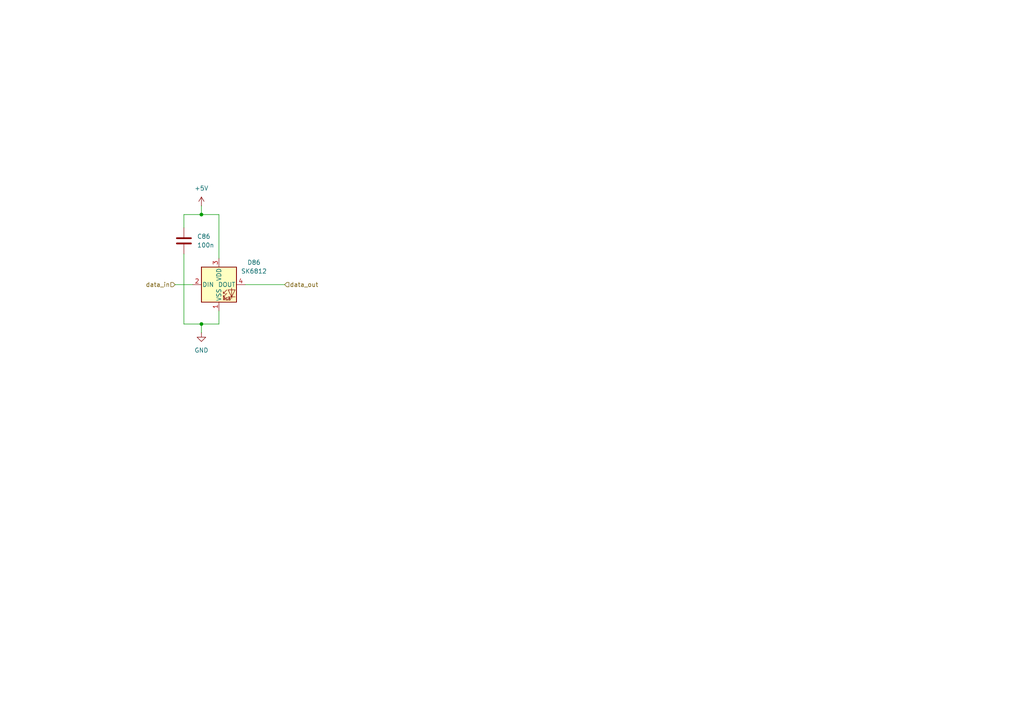
<source format=kicad_sch>
(kicad_sch (version 20250114) (generator "eeschema") (generator_version "9.0")
  (paper "A4")
  (lib_symbols
    (symbol "Device:C" (pin_numbers (hide yes)) (pin_names (offset 0.254))
      (property "Reference" "C" (at 0.635 2.54 0))
      (property "Value" "C" (at 0.635 -2.54 0))
      (symbol "C_0_1"
        (polyline (pts (xy -2.032 0.762) (xy 2.032 0.762)) (stroke (width 0.508)))
        (polyline (pts (xy -2.032 -0.762) (xy 2.032 -0.762)) (stroke (width 0.508)))
      )
      (symbol "C_1_1"
        (pin passive line (at 0 3.81 270) (length 2.794) (name "~") (number "1"))
        (pin passive line (at 0 -3.81 90) (length 2.794) (name "~") (number "2"))
      )
    )
    (symbol "LED:SK6812" (pin_names (offset 0.254))
      (property "Reference" "D" (at 5.08 5.715 0))
      (property "Value" "SK6812" (at 1.27 -5.715 0))
      (symbol "SK6812_0_0"
        (text "RGB" (at 2.286 -4.191 0) (effects (font (size 0.762 0.762))))
      )
      (symbol "SK6812_0_1"
        (polyline (pts (xy 1.27 -2.54) (xy 1.778 -2.54)))
        (polyline (pts (xy 1.27 -3.556) (xy 1.778 -3.556)))
        (polyline (pts (xy 2.286 -1.524) (xy 1.27 -2.54) (xy 1.27 -2.032)))
        (polyline (pts (xy 2.286 -2.54) (xy 1.27 -3.556) (xy 1.27 -3.048)))
        (polyline (pts (xy 3.683 -1.016) (xy 3.683 -3.556) (xy 3.683 -4.064)))
        (polyline (pts (xy 4.699 -1.524) (xy 2.667 -1.524) (xy 3.683 -3.556) (xy 4.699 -1.524)))
        (polyline (pts (xy 4.699 -3.556) (xy 2.667 -3.556)))
        (rectangle (start 5.08 5.08) (end -5.08 -5.08) (stroke (width 0.254)) (fill (type background)))
      )
      (symbol "SK6812_1_1"
        (pin input line (at -7.62 0 0) (length 2.54) (name "DIN") (number "2"))
        (pin power_in line (at 0 7.62 270) (length 2.54) (name "VDD") (number "3"))
        (pin power_in line (at 0 -7.62 90) (length 2.54) (name "VSS") (number "1"))
        (pin output line (at 7.62 0 180) (length 2.54) (name "DOUT") (number "4"))
      )
    )
    (symbol "power:+5V" (power) (pin_numbers (hide yes)) (pin_names (offset 0) (hide yes))
      (property "Value" "+5V" (at 0 3.556 0))
      (symbol "+5V_0_1"
        (polyline (pts (xy -0.762 1.27) (xy 0 2.54)))
        (polyline (pts (xy 0 2.54) (xy 0.762 1.27)))
        (polyline (pts (xy 0 0) (xy 0 2.54)))
      )
      (symbol "+5V_1_1"
        (pin power_in line (at 0 0 90) (length 0) (name "~") (number "1"))
      )
    )
    (symbol "power:GND" (power) (pin_numbers (hide yes)) (pin_names (offset 0) (hide yes))
      (property "Value" "GND" (at 0 -3.81 0))
      (symbol "GND_0_1"
        (polyline (pts (xy 0 0) (xy 0 -1.27) (xy 1.27 -1.27) (xy 0 -2.54) (xy -1.27 -1.27) (xy 0 -1.27)))
      )
      (symbol "GND_1_1"
        (pin power_in line (at 0 0 270) (length 0) (name "~") (number "1"))
      )
    )
  )
  (junction (at 58.42 62.23))
  (junction (at 58.42 93.98))
  (wire (pts (xy 58.42 62.23) (xy 63.5 62.23)))
  (wire (pts (xy 53.34 62.23) (xy 58.42 62.23)))
  (wire (pts (xy 71.12 82.55) (xy 82.55 82.55)))
  (wire (pts (xy 63.5 62.23) (xy 63.5 74.93)))
  (wire (pts (xy 53.34 66.04) (xy 53.34 62.23)))
  (wire (pts (xy 63.5 93.98) (xy 63.5 90.17)))
  (wire (pts (xy 58.42 93.98) (xy 58.42 96.52)))
  (wire (pts (xy 53.34 93.98) (xy 58.42 93.98)))
  (wire (pts (xy 58.42 59.69) (xy 58.42 62.23)))
  (wire (pts (xy 58.42 93.98) (xy 63.5 93.98)))
  (wire (pts (xy 50.8 82.55) (xy 55.88 82.55)))
  (wire (pts (xy 53.34 73.66) (xy 53.34 93.98)))
  (hierarchical_label "data_out" (shape input) (at 82.55 82.55 0))
  (hierarchical_label "data_in" (shape input) (at 50.8 82.55 180))
  (symbol (lib_id "LED:SK6812") (at 63.5 82.55 0) (unit 1)
    (property "Reference" "D1" (at 73.66 76.1298 0))
    (property "Value" "SK6812" (at 73.66 78.6698 0))
    (property "Footprint" "LED_SMD:LED_SK6812_PLCC4_5.0x5.0mm_P3.2mm" (effects (hide yes)))
    (property "Datasheet" "https://cdn-shop.adafruit.com/product-files/1138/SK6812+LED+datasheet+.pdf" (effects (hide yes)))
    (property "Description" "RGB LED with integrated controller" (effects (hide yes)))
    (instances (project "pcb-ledmatrix-ende-ma" (path "" (reference "D86") (unit 1)) (path "" (reference "D105") (unit 1)) (path "" (reference "D111") (unit 1)) (path "" (reference "D57") (unit 1)) (path "" (reference "D65") (unit 1)) (path "" (reference "D115") (unit 1)) (path "" (reference "D17") (unit 1)) (path "" (reference "D116") (unit 1)) (path "" (reference "D125") (unit 1)) (path "" (reference "D7") (unit 1)) (path "" (reference "D26") (unit 1)) (path "" (reference "D30") (unit 1)) (path "" (reference "D55") (unit 1)) (path "" (reference "D107") (unit 1)) (path "" (reference "D123") (unit 1)) (path "" (reference "D128") (unit 1)) (path "" (reference "D11") (unit 1)) (path "" (reference "D80") (unit 1)) (path "" (reference "D75") (unit 1)) (path "" (reference "D100") (unit 1)) (path "" (reference "D110") (unit 1)) (path "" (reference "D64") (unit 1)) (path "" (reference "D28") (unit 1)) (path "" (reference "D68") (unit 1)) (path "" (reference "D106") (unit 1)) (path "" (reference "D77") (unit 1)) (path "" (reference "D121") (unit 1)) (path "" (reference "D120") (unit 1)) (path "" (reference "D9") (unit 1)) (path "" (reference "D113") (unit 1)) (path "" (reference "D98") (unit 1)) (path "" (reference "D66") (unit 1)) (path "" (reference "D25") (unit 1)) (path "" (reference "D46") (unit 1)) (path "" (reference "D54") (unit 1)) (path "" (reference "D53") (unit 1)) (path "" (reference "D35") (unit 1)) (path "" (reference "D32") (unit 1)) (path "" (reference "D74") (unit 1)) (path "" (reference "D112") (unit 1)) (path "" (reference "D21") (unit 1)) (path "" (reference "D69") (unit 1)) (path "" (reference "D87") (unit 1)) (path "" (reference "D41") (unit 1)) (path "" (reference "D84") (unit 1)) (path "" (reference "D4") (unit 1)) (path "" (reference "D18") (unit 1)) (path "" (reference "D79") (unit 1)) (path "" (reference "D126") (unit 1)) (path "" (reference "D50") (unit 1)) (path "" (reference "D78") (unit 1)) (path "" (reference "D82") (unit 1)) (path "" (reference "D6") (unit 1)) (path "" (reference "D39") (unit 1)) (path "" (reference "D45") (unit 1)) (path "" (reference "D47") (unit 1)) (path "" (reference "D19") (unit 1)) (path "" (reference "D14") (unit 1)) (path "" (reference "D10") (unit 1)) (path "" (reference "D56") (unit 1)) (path "" (reference "D103") (unit 1)) (path "" (reference "D43") (unit 1)) (path "" (reference "D67") (unit 1)) (path "" (reference "D37") (unit 1)) (path "" (reference "D62") (unit 1)) (path "" (reference "D34") (unit 1)) (path "" (reference "D61") (unit 1)) (path "" (reference "D23") (unit 1)) (path "" (reference "D27") (unit 1)) (path "" (reference "D52") (unit 1)) (path "" (reference "D49") (unit 1)) (path "" (reference "D97") (unit 1)) (path "" (reference "D24") (unit 1)) (path "" (reference "D124") (unit 1)) (path "" (reference "D117") (unit 1)) (path "" (reference "D40") (unit 1)) (path "" (reference "D118") (unit 1)) (path "" (reference "D76") (unit 1)) (path "" (reference "D33") (unit 1)) (path "" (reference "D42") (unit 1)) (path "" (reference "D48") (unit 1)) (path "" (reference "D114") (unit 1)) (path "" (reference "D92") (unit 1)) (path "" (reference "D60") (unit 1)) (path "" (reference "D15") (unit 1)) (path "" (reference "D22") (unit 1)) (path "" (reference "D83") (unit 1)) (path "" (reference "D119") (unit 1)) (path "" (reference "D51") (unit 1)) (path "" (reference "D58") (unit 1)) (path "" (reference "D59") (unit 1)) (path "" (reference "D108") (unit 1)) (path "" (reference "D96") (unit 1)) (path "" (reference "D38") (unit 1)) (path "" (reference "D88") (unit 1)) (path "" (reference "D8") (unit 1)) (path "" (reference "D31") (unit 1)) (path "" (reference "D81") (unit 1)) (path "" (reference "D29") (unit 1)) (path "" (reference "D91") (unit 1)) (path "" (reference "D73") (unit 1)) (path "" (reference "D20") (unit 1)) (path "" (reference "D104") (unit 1)) (path "" (reference "D71") (unit 1)) (path "" (reference "D36") (unit 1)) (path "" (reference "D13") (unit 1)) (path "" (reference "D109") (unit 1)) (path "" (reference "D99") (unit 1)) (path "" (reference "D94") (unit 1)) (path "" (reference "D102") (unit 1)) (path "" (reference "D93") (unit 1)) (path "" (reference "D63") (unit 1)) (path "" (reference "D122") (unit 1)) (path "" (reference "D90") (unit 1)) (path "" (reference "D89") (unit 1)) (path "" (reference "D95") (unit 1)) (path "" (reference "D5") (unit 1)) (path "" (reference "D2") (unit 1)) (path "" (reference "D72") (unit 1)) (path "" (reference "D85") (unit 1)) (path "" (reference "D70") (unit 1)) (path "" (reference "D16") (unit 1)) (path "" (reference "D44") (unit 1)) (path "" (reference "D12") (unit 1)) (path "" (reference "D101") (unit 1)) (path "" (reference "D127") (unit 1)) (path "" (reference "D3") (unit 1)) (path "" (reference "D1") (unit 1))))
  )
  (symbol (lib_id "Device:C") (at 53.34 69.85 0) (unit 1)
    (property "Reference" "C1" (at 57.15 68.5799 0) (effects (justify left)))
    (property "Value" "100n" (at 57.15 71.1199 0) (effects (justify left)))
    (property "Footprint" "Capacitor_SMD:C_0603_1608Metric" (effects (hide yes)))
    (property "Description" "Unpolarized capacitor" (effects (hide yes)))
    (instances (project "pcb-ledmatrix-ende-ma" (path "" (reference "C86") (unit 1)) (path "" (reference "C105") (unit 1)) (path "" (reference "C111") (unit 1)) (path "" (reference "C57") (unit 1)) (path "" (reference "C65") (unit 1)) (path "" (reference "C115") (unit 1)) (path "" (reference "C17") (unit 1)) (path "" (reference "C116") (unit 1)) (path "" (reference "C125") (unit 1)) (path "" (reference "C7") (unit 1)) (path "" (reference "C26") (unit 1)) (path "" (reference "C30") (unit 1)) (path "" (reference "C55") (unit 1)) (path "" (reference "C107") (unit 1)) (path "" (reference "C123") (unit 1)) (path "" (reference "C128") (unit 1)) (path "" (reference "C11") (unit 1)) (path "" (reference "C80") (unit 1)) (path "" (reference "C75") (unit 1)) (path "" (reference "C100") (unit 1)) (path "" (reference "C110") (unit 1)) (path "" (reference "C64") (unit 1)) (path "" (reference "C28") (unit 1)) (path "" (reference "C68") (unit 1)) (path "" (reference "C106") (unit 1)) (path "" (reference "C77") (unit 1)) (path "" (reference "C121") (unit 1)) (path "" (reference "C120") (unit 1)) (path "" (reference "C9") (unit 1)) (path "" (reference "C113") (unit 1)) (path "" (reference "C98") (unit 1)) (path "" (reference "C66") (unit 1)) (path "" (reference "C25") (unit 1)) (path "" (reference "C46") (unit 1)) (path "" (reference "C54") (unit 1)) (path "" (reference "C53") (unit 1)) (path "" (reference "C35") (unit 1)) (path "" (reference "C32") (unit 1)) (path "" (reference "C74") (unit 1)) (path "" (reference "C112") (unit 1)) (path "" (reference "C21") (unit 1)) (path "" (reference "C69") (unit 1)) (path "" (reference "C87") (unit 1)) (path "" (reference "C41") (unit 1)) (path "" (reference "C84") (unit 1)) (path "" (reference "C4") (unit 1)) (path "" (reference "C18") (unit 1)) (path "" (reference "C79") (unit 1)) (path "" (reference "C126") (unit 1)) (path "" (reference "C50") (unit 1)) (path "" (reference "C78") (unit 1)) (path "" (reference "C82") (unit 1)) (path "" (reference "C6") (unit 1)) (path "" (reference "C39") (unit 1)) (path "" (reference "C45") (unit 1)) (path "" (reference "C47") (unit 1)) (path "" (reference "C19") (unit 1)) (path "" (reference "C14") (unit 1)) (path "" (reference "C10") (unit 1)) (path "" (reference "C56") (unit 1)) (path "" (reference "C103") (unit 1)) (path "" (reference "C43") (unit 1)) (path "" (reference "C67") (unit 1)) (path "" (reference "C37") (unit 1)) (path "" (reference "C62") (unit 1)) (path "" (reference "C34") (unit 1)) (path "" (reference "C61") (unit 1)) (path "" (reference "C23") (unit 1)) (path "" (reference "C27") (unit 1)) (path "" (reference "C52") (unit 1)) (path "" (reference "C49") (unit 1)) (path "" (reference "C97") (unit 1)) (path "" (reference "C24") (unit 1)) (path "" (reference "C124") (unit 1)) (path "" (reference "C117") (unit 1)) (path "" (reference "C40") (unit 1)) (path "" (reference "C118") (unit 1)) (path "" (reference "C76") (unit 1)) (path "" (reference "C33") (unit 1)) (path "" (reference "C42") (unit 1)) (path "" (reference "C48") (unit 1)) (path "" (reference "C114") (unit 1)) (path "" (reference "C92") (unit 1)) (path "" (reference "C60") (unit 1)) (path "" (reference "C15") (unit 1)) (path "" (reference "C22") (unit 1)) (path "" (reference "C83") (unit 1)) (path "" (reference "C119") (unit 1)) (path "" (reference "C51") (unit 1)) (path "" (reference "C58") (unit 1)) (path "" (reference "C59") (unit 1)) (path "" (reference "C108") (unit 1)) (path "" (reference "C96") (unit 1)) (path "" (reference "C38") (unit 1)) (path "" (reference "C88") (unit 1)) (path "" (reference "C8") (unit 1)) (path "" (reference "C31") (unit 1)) (path "" (reference "C81") (unit 1)) (path "" (reference "C29") (unit 1)) (path "" (reference "C91") (unit 1)) (path "" (reference "C73") (unit 1)) (path "" (reference "C20") (unit 1)) (path "" (reference "C104") (unit 1)) (path "" (reference "C71") (unit 1)) (path "" (reference "C36") (unit 1)) (path "" (reference "C13") (unit 1)) (path "" (reference "C109") (unit 1)) (path "" (reference "C99") (unit 1)) (path "" (reference "C94") (unit 1)) (path "" (reference "C102") (unit 1)) (path "" (reference "C93") (unit 1)) (path "" (reference "C63") (unit 1)) (path "" (reference "C122") (unit 1)) (path "" (reference "C90") (unit 1)) (path "" (reference "C89") (unit 1)) (path "" (reference "C95") (unit 1)) (path "" (reference "C5") (unit 1)) (path "" (reference "C2") (unit 1)) (path "" (reference "C72") (unit 1)) (path "" (reference "C85") (unit 1)) (path "" (reference "C70") (unit 1)) (path "" (reference "C16") (unit 1)) (path "" (reference "C44") (unit 1)) (path "" (reference "C12") (unit 1)) (path "" (reference "C101") (unit 1)) (path "" (reference "C127") (unit 1)) (path "" (reference "C3") (unit 1)) (path "" (reference "C1") (unit 1))))
  )
  (symbol (lib_id "power:GND") (at 58.42 96.52 0) (unit 1)
    (property "Reference" "#PWR02" (effects (hide yes)))
    (property "Value" "GND" (at 58.42 101.6 0))
    (property "Description" "Power symbol creates a global label with name \"GND\" , ground" (effects (hide yes)))
    (instances (project "" (path "" (reference "#PWR0172") (unit 1)) (path "" (reference "#PWR0210") (unit 1)) (path "" (reference "#PWR0222") (unit 1)) (path "" (reference "#PWR0114") (unit 1)) (path "" (reference "#PWR0130") (unit 1)) (path "" (reference "#PWR0229") (unit 1)) (path "" (reference "#PWR036") (unit 1)) (path "" (reference "#PWR0231") (unit 1)) (path "" (reference "#PWR0249") (unit 1)) (path "" (reference "#PWR014") (unit 1)) (path "" (reference "#PWR054") (unit 1)) (path "" (reference "#PWR062") (unit 1)) (path "" (reference "#PWR0110") (unit 1)) (path "" (reference "#PWR0214") (unit 1)) (path "" (reference "#PWR0245") (unit 1)) (path "" (reference "#PWR0255") (unit 1)) (path "" (reference "#PWR022") (unit 1)) (path "" (reference "#PWR0160") (unit 1)) (path "" (reference "#PWR0150") (unit 1)) (path "" (reference "#PWR0200") (unit 1)) (path "" (reference "#PWR0220") (unit 1)) (path "" (reference "#PWR0128") (unit 1)) (path "" (reference "#PWR058") (unit 1)) (path "" (reference "#PWR0136") (unit 1)) (path "" (reference "#PWR0212") (unit 1)) (path "" (reference "#PWR0154") (unit 1)) (path "" (reference "#PWR0241") (unit 1)) (path "" (reference "#PWR0239") (unit 1)) (path "" (reference "#PWR018") (unit 1)) (path "" (reference "#PWR0225") (unit 1)) (path "" (reference "#PWR0196") (unit 1)) (path "" (reference "#PWR0132") (unit 1)) (path "" (reference "#PWR052") (unit 1)) (path "" (reference "#PWR092") (unit 1)) (path "" (reference "#PWR0108") (unit 1)) (path "" (reference "#PWR0106") (unit 1)) (path "" (reference "#PWR070") (unit 1)) (path "" (reference "#PWR066") (unit 1)) (path "" (reference "#PWR0148") (unit 1)) (path "" (reference "#PWR0224") (unit 1)) (path "" (reference "#PWR044") (unit 1)) (path "" (reference "#PWR0138") (unit 1)) (path "" (reference "#PWR0174") (unit 1)) (path "" (reference "#PWR082") (unit 1)) (path "" (reference "#PWR0168") (unit 1)) (path "" (reference "#PWR08") (unit 1)) (path "" (reference "#PWR038") (unit 1)) (path "" (reference "#PWR0158") (unit 1)) (path "" (reference "#PWR0251") (unit 1)) (path "" (reference "#PWR0100") (unit 1)) (path "" (reference "#PWR0156") (unit 1)) (path "" (reference "#PWR0164") (unit 1)) (path "" (reference "#PWR012") (unit 1)) (path "" (reference "#PWR078") (unit 1)) (path "" (reference "#PWR090") (unit 1)) (path "" (reference "#PWR094") (unit 1)) (path "" (reference "#PWR040") (unit 1)) (path "" (reference "#PWR028") (unit 1)) (path "" (reference "#PWR020") (unit 1)) (path "" (reference "#PWR0112") (unit 1)) (path "" (reference "#PWR0206") (unit 1)) (path "" (reference "#PWR086") (unit 1)) (path "" (reference "#PWR0134") (unit 1)) (path "" (reference "#PWR074") (unit 1)) (path "" (reference "#PWR0124") (unit 1)) (path "" (reference "#PWR068") (unit 1)) (path "" (reference "#PWR0122") (unit 1)) (path "" (reference "#PWR048") (unit 1)) (path "" (reference "#PWR056") (unit 1)) (path "" (reference "#PWR0104") (unit 1)) (path "" (reference "#PWR098") (unit 1)) (path "" (reference "#PWR0194") (unit 1)) (path "" (reference "#PWR050") (unit 1)) (path "" (reference "#PWR0247") (unit 1)) (path "" (reference "#PWR0233") (unit 1)) (path "" (reference "#PWR080") (unit 1)) (path "" (reference "#PWR0235") (unit 1)) (path "" (reference "#PWR0152") (unit 1)) (path "" (reference "#PWR034") (unit 1)) (path "" (reference "#PWR084") (unit 1)) (path "" (reference "#PWR096") (unit 1)) (path "" (reference "#PWR0227") (unit 1)) (path "" (reference "#PWR0184") (unit 1)) (path "" (reference "#PWR0120") (unit 1)) (path "" (reference "#PWR030") (unit 1)) (path "" (reference "#PWR046") (unit 1)) (path "" (reference "#PWR0166") (unit 1)) (path "" (reference "#PWR0237") (unit 1)) (path "" (reference "#PWR0102") (unit 1)) (path "" (reference "#PWR0116") (unit 1)) (path "" (reference "#PWR0118") (unit 1)) (path "" (reference "#PWR0216") (unit 1)) (path "" (reference "#PWR0192") (unit 1)) (path "" (reference "#PWR076") (unit 1)) (path "" (reference "#PWR0176") (unit 1)) (path "" (reference "#PWR016") (unit 1)) (path "" (reference "#PWR064") (unit 1)) (path "" (reference "#PWR0162") (unit 1)) (path "" (reference "#PWR060") (unit 1)) (path "" (reference "#PWR0182") (unit 1)) (path "" (reference "#PWR0146") (unit 1)) (path "" (reference "#PWR042") (unit 1)) (path "" (reference "#PWR0208") (unit 1)) (path "" (reference "#PWR0142") (unit 1)) (path "" (reference "#PWR072") (unit 1)) (path "" (reference "#PWR026") (unit 1)) (path "" (reference "#PWR0218") (unit 1)) (path "" (reference "#PWR0198") (unit 1)) (path "" (reference "#PWR0188") (unit 1)) (path "" (reference "#PWR0204") (unit 1)) (path "" (reference "#PWR0186") (unit 1)) (path "" (reference "#PWR0126") (unit 1)) (path "" (reference "#PWR0243") (unit 1)) (path "" (reference "#PWR0180") (unit 1)) (path "" (reference "#PWR0178") (unit 1)) (path "" (reference "#PWR0190") (unit 1)) (path "" (reference "#PWR010") (unit 1)) (path "" (reference "#PWR04") (unit 1)) (path "" (reference "#PWR0144") (unit 1)) (path "" (reference "#PWR0170") (unit 1)) (path "" (reference "#PWR0140") (unit 1)) (path "" (reference "#PWR032") (unit 1)) (path "" (reference "#PWR088") (unit 1)) (path "" (reference "#PWR024") (unit 1)) (path "" (reference "#PWR0202") (unit 1)) (path "" (reference "#PWR0253") (unit 1)) (path "" (reference "#PWR06") (unit 1)) (path "" (reference "#PWR02") (unit 1))))
  )
  (symbol (lib_id "power:+5V") (at 58.42 59.69 0) (unit 1)
    (property "Reference" "#PWR01" (effects (hide yes)))
    (property "Value" "+5V" (at 58.42 54.61 0))
    (property "Description" "Power symbol creates a global label with name \"+5V\"" (effects (hide yes)))
    (instances (project "" (path "" (reference "#PWR0171") (unit 1)) (path "" (reference "#PWR0209") (unit 1)) (path "" (reference "#PWR0221") (unit 1)) (path "" (reference "#PWR0113") (unit 1)) (path "" (reference "#PWR0129") (unit 1)) (path "" (reference "#PWR0230") (unit 1)) (path "" (reference "#PWR035") (unit 1)) (path "" (reference "#PWR0232") (unit 1)) (path "" (reference "#PWR0250") (unit 1)) (path "" (reference "#PWR013") (unit 1)) (path "" (reference "#PWR053") (unit 1)) (path "" (reference "#PWR061") (unit 1)) (path "" (reference "#PWR0109") (unit 1)) (path "" (reference "#PWR0213") (unit 1)) (path "" (reference "#PWR0246") (unit 1)) (path "" (reference "#PWR0256") (unit 1)) (path "" (reference "#PWR021") (unit 1)) (path "" (reference "#PWR0159") (unit 1)) (path "" (reference "#PWR0149") (unit 1)) (path "" (reference "#PWR0199") (unit 1)) (path "" (reference "#PWR0219") (unit 1)) (path "" (reference "#PWR0127") (unit 1)) (path "" (reference "#PWR057") (unit 1)) (path "" (reference "#PWR0135") (unit 1)) (path "" (reference "#PWR0211") (unit 1)) (path "" (reference "#PWR0153") (unit 1)) (path "" (reference "#PWR0242") (unit 1)) (path "" (reference "#PWR0240") (unit 1)) (path "" (reference "#PWR017") (unit 1)) (path "" (reference "#PWR0226") (unit 1)) (path "" (reference "#PWR0195") (unit 1)) (path "" (reference "#PWR0131") (unit 1)) (path "" (reference "#PWR051") (unit 1)) (path "" (reference "#PWR091") (unit 1)) (path "" (reference "#PWR0107") (unit 1)) (path "" (reference "#PWR0105") (unit 1)) (path "" (reference "#PWR069") (unit 1)) (path "" (reference "#PWR065") (unit 1)) (path "" (reference "#PWR0147") (unit 1)) (path "" (reference "#PWR0223") (unit 1)) (path "" (reference "#PWR043") (unit 1)) (path "" (reference "#PWR0137") (unit 1)) (path "" (reference "#PWR0173") (unit 1)) (path "" (reference "#PWR081") (unit 1)) (path "" (reference "#PWR0167") (unit 1)) (path "" (reference "#PWR07") (unit 1)) (path "" (reference "#PWR037") (unit 1)) (path "" (reference "#PWR0157") (unit 1)) (path "" (reference "#PWR0252") (unit 1)) (path "" (reference "#PWR099") (unit 1)) (path "" (reference "#PWR0155") (unit 1)) (path "" (reference "#PWR0163") (unit 1)) (path "" (reference "#PWR011") (unit 1)) (path "" (reference "#PWR077") (unit 1)) (path "" (reference "#PWR089") (unit 1)) (path "" (reference "#PWR093") (unit 1)) (path "" (reference "#PWR039") (unit 1)) (path "" (reference "#PWR027") (unit 1)) (path "" (reference "#PWR019") (unit 1)) (path "" (reference "#PWR0111") (unit 1)) (path "" (reference "#PWR0205") (unit 1)) (path "" (reference "#PWR085") (unit 1)) (path "" (reference "#PWR0133") (unit 1)) (path "" (reference "#PWR073") (unit 1)) (path "" (reference "#PWR0123") (unit 1)) (path "" (reference "#PWR067") (unit 1)) (path "" (reference "#PWR0121") (unit 1)) (path "" (reference "#PWR047") (unit 1)) (path "" (reference "#PWR055") (unit 1)) (path "" (reference "#PWR0103") (unit 1)) (path "" (reference "#PWR097") (unit 1)) (path "" (reference "#PWR0193") (unit 1)) (path "" (reference "#PWR049") (unit 1)) (path "" (reference "#PWR0248") (unit 1)) (path "" (reference "#PWR0234") (unit 1)) (path "" (reference "#PWR079") (unit 1)) (path "" (reference "#PWR0236") (unit 1)) (path "" (reference "#PWR0151") (unit 1)) (path "" (reference "#PWR033") (unit 1)) (path "" (reference "#PWR083") (unit 1)) (path "" (reference "#PWR095") (unit 1)) (path "" (reference "#PWR0228") (unit 1)) (path "" (reference "#PWR0183") (unit 1)) (path "" (reference "#PWR0119") (unit 1)) (path "" (reference "#PWR029") (unit 1)) (path "" (reference "#PWR045") (unit 1)) (path "" (reference "#PWR0165") (unit 1)) (path "" (reference "#PWR0238") (unit 1)) (path "" (reference "#PWR0101") (unit 1)) (path "" (reference "#PWR0115") (unit 1)) (path "" (reference "#PWR0117") (unit 1)) (path "" (reference "#PWR0215") (unit 1)) (path "" (reference "#PWR0191") (unit 1)) (path "" (reference "#PWR075") (unit 1)) (path "" (reference "#PWR0175") (unit 1)) (path "" (reference "#PWR015") (unit 1)) (path "" (reference "#PWR063") (unit 1)) (path "" (reference "#PWR0161") (unit 1)) (path "" (reference "#PWR059") (unit 1)) (path "" (reference "#PWR0181") (unit 1)) (path "" (reference "#PWR0145") (unit 1)) (path "" (reference "#PWR041") (unit 1)) (path "" (reference "#PWR0207") (unit 1)) (path "" (reference "#PWR0141") (unit 1)) (path "" (reference "#PWR071") (unit 1)) (path "" (reference "#PWR025") (unit 1)) (path "" (reference "#PWR0217") (unit 1)) (path "" (reference "#PWR0197") (unit 1)) (path "" (reference "#PWR0187") (unit 1)) (path "" (reference "#PWR0203") (unit 1)) (path "" (reference "#PWR0185") (unit 1)) (path "" (reference "#PWR0125") (unit 1)) (path "" (reference "#PWR0244") (unit 1)) (path "" (reference "#PWR0179") (unit 1)) (path "" (reference "#PWR0177") (unit 1)) (path "" (reference "#PWR0189") (unit 1)) (path "" (reference "#PWR09") (unit 1)) (path "" (reference "#PWR03") (unit 1)) (path "" (reference "#PWR0143") (unit 1)) (path "" (reference "#PWR0169") (unit 1)) (path "" (reference "#PWR0139") (unit 1)) (path "" (reference "#PWR031") (unit 1)) (path "" (reference "#PWR087") (unit 1)) (path "" (reference "#PWR023") (unit 1)) (path "" (reference "#PWR0201") (unit 1)) (path "" (reference "#PWR0254") (unit 1)) (path "" (reference "#PWR05") (unit 1)) (path "" (reference "#PWR01") (unit 1))))
  )
)
</source>
